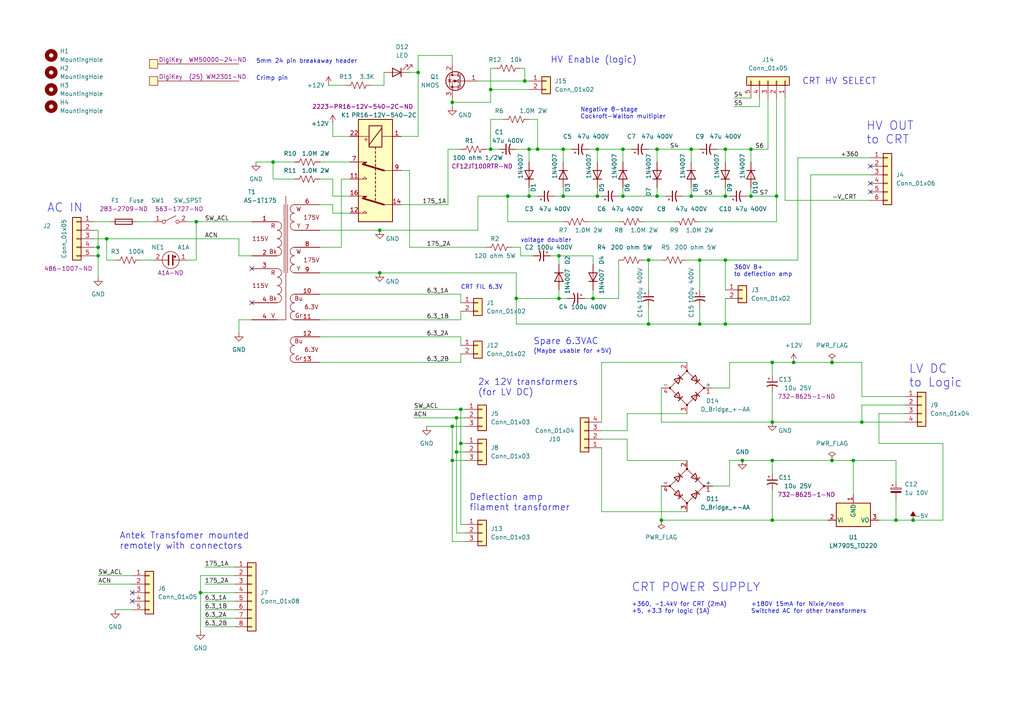
<source format=kicad_sch>
(kicad_sch (version 20211123) (generator eeschema)
  (paper "User" 304.8 215.9)
  (title_block (title "CRT -- HV/LV Power Supply") (company "UPCO GRAPHICS SYSTEMS"))
  (junction (at 266.7 154.94))
  (junction (at 176.53 88.9))
  (junction (at 215.9 44.45))
  (junction (at 254 137.16))
  (junction (at 167.64 44.45))
  (junction (at 137.16 132.08))
  (junction (at 31.75 71.12))
  (junction (at 229.87 137.16))
  (junction (at 146.05 26.67))
  (junction (at 247.65 137.16))
  (junction (at 134.62 30.48))
  (junction (at 236.22 107.95))
  (junction (at 58.42 66.04))
  (junction (at 81.28 48.26))
  (junction (at 177.8 44.45))
  (junction (at 205.74 58.42))
  (junction (at 193.04 77.47))
  (junction (at 156.21 24.13))
  (junction (at 231.14 58.42))
  (junction (at 215.9 77.47))
  (junction (at 196.85 154.94))
  (junction (at 229.87 125.73))
  (junction (at 135.89 124.46))
  (junction (at 160.02 44.45))
  (junction (at 195.58 44.45))
  (junction (at 166.37 88.9))
  (junction (at 229.87 107.95))
  (junction (at 134.62 137.16))
  (junction (at 146.05 44.45))
  (junction (at 205.74 44.45))
  (junction (at 29.21 73.66))
  (junction (at 256.54 125.73))
  (junction (at 208.28 77.47))
  (junction (at 185.42 44.45))
  (junction (at 247.65 107.95))
  (junction (at 113.03 81.28))
  (junction (at 195.58 58.42))
  (junction (at 157.48 58.42))
  (junction (at 166.37 76.2))
  (junction (at 151.13 58.42))
  (junction (at 167.64 58.42))
  (junction (at 185.42 58.42))
  (junction (at 29.21 76.2))
  (junction (at 215.9 58.42))
  (junction (at 215.9 96.52))
  (junction (at 124.46 21.59))
  (junction (at 223.52 58.42))
  (junction (at 135.89 134.62))
  (junction (at 229.87 154.94))
  (junction (at 113.03 68.58))
  (junction (at 220.98 137.16))
  (junction (at 271.78 154.94))
  (junction (at 177.8 58.42))
  (junction (at 193.04 96.52))
  (junction (at 208.28 96.52))
  (junction (at 137.16 121.92))
  (junction (at 157.48 44.45))
  (junction (at 223.52 44.45))
  (junction (at 59.69 176.53))
  (junction (at 153.67 88.9))
  (junction (at 134.62 127))
  (no_connect (at 259.08 57.15))
  (no_connect (at 39.37 179.07))
  (no_connect (at 74.93 90.17))
  (no_connect (at 259.08 54.61))
  (no_connect (at 74.93 80.01))
  (no_connect (at 259.08 49.53))
  (no_connect (at 39.37 176.53))
  (wire (pts (xy 177.8 44.45) (xy 185.42 44.45)))
  (wire (pts (xy 222.25 58.42) (xy 223.52 58.42)))
  (wire (pts (xy 213.36 44.45) (xy 215.9 44.45)))
  (wire (pts (xy 177.8 55.88) (xy 177.8 58.42)))
  (wire (pts (xy 135.89 134.62) (xy 135.89 158.75)))
  (wire (pts (xy 95.25 87.63) (xy 137.16 87.63)))
  (wire (pts (xy 196.85 125.73) (xy 229.87 125.73)))
  (wire (pts (xy 157.48 35.56) (xy 160.02 35.56)))
  (wire (pts (xy 127 127) (xy 134.62 127)))
  (wire (pts (xy 256.54 120.65) (xy 256.54 125.73)))
  (wire (pts (xy 146.05 35.56) (xy 146.05 44.45)))
  (wire (pts (xy 269.24 120.65) (xy 256.54 120.65)))
  (wire (pts (xy 147.32 20.32) (xy 146.05 20.32)))
  (wire (pts (xy 236.22 107.95) (xy 247.65 107.95)))
  (wire (pts (xy 137.16 121.92) (xy 123.19 121.92)))
  (wire (pts (xy 151.13 66.04) (xy 151.13 58.42)))
  (wire (pts (xy 59.69 176.53) (xy 69.85 176.53)))
  (wire (pts (xy 179.07 152.4) (xy 204.47 152.4)))
  (wire (pts (xy 223.52 44.45) (xy 228.6 44.45)))
  (wire (pts (xy 134.62 137.16) (xy 134.62 161.29)))
  (wire (pts (xy 179.07 130.81) (xy 186.69 130.81)))
  (wire (pts (xy 229.87 107.95) (xy 236.22 107.95)))
  (wire (pts (xy 101.6 73.66) (xy 95.25 73.66)))
  (wire (pts (xy 95.25 68.58) (xy 113.03 68.58)))
  (wire (pts (xy 167.64 44.45) (xy 170.18 44.45)))
  (wire (pts (xy 231.14 29.21) (xy 231.14 58.42)))
  (wire (pts (xy 179.07 107.95) (xy 204.47 107.95)))
  (wire (pts (xy 157.48 44.45) (xy 160.02 44.45)))
  (wire (pts (xy 146.05 20.32) (xy 146.05 26.67)))
  (wire (pts (xy 167.64 58.42) (xy 167.64 55.88)))
  (wire (pts (xy 233.68 29.21) (xy 233.68 59.69)))
  (wire (pts (xy 58.42 66.04) (xy 74.93 66.04)))
  (wire (pts (xy 153.67 96.52) (xy 193.04 96.52)))
  (wire (pts (xy 228.6 29.21) (xy 228.6 44.45)))
  (wire (pts (xy 280.67 154.94) (xy 271.78 154.94)))
  (wire (pts (xy 114.3 25.4) (xy 114.3 21.59)))
  (wire (pts (xy 223.52 44.45) (xy 223.52 48.26)))
  (wire (pts (xy 229.87 107.95) (xy 229.87 111.76)))
  (wire (pts (xy 99.06 53.34) (xy 99.06 58.42)))
  (wire (pts (xy 231.14 66.04) (xy 231.14 58.42)))
  (wire (pts (xy 218.44 29.21) (xy 223.52 29.21)))
  (wire (pts (xy 119.38 50.8) (xy 121.92 50.8)))
  (wire (pts (xy 179.07 128.27) (xy 186.69 128.27)))
  (wire (pts (xy 27.94 73.66) (xy 29.21 73.66)))
  (wire (pts (xy 121.92 21.59) (xy 124.46 21.59)))
  (wire (pts (xy 229.87 116.84) (xy 229.87 125.73)))
  (wire (pts (xy 99.06 60.96) (xy 95.25 60.96)))
  (wire (pts (xy 204.47 77.47) (xy 208.28 77.47)))
  (wire (pts (xy 241.3 96.52) (xy 241.3 52.07)))
  (wire (pts (xy 134.62 29.21) (xy 134.62 30.48)))
  (wire (pts (xy 166.37 76.2) (xy 163.83 76.2)))
  (wire (pts (xy 101.6 53.34) (xy 101.6 73.66)))
  (wire (pts (xy 215.9 96.52) (xy 241.3 96.52)))
  (wire (pts (xy 157.48 58.42) (xy 160.02 58.42)))
  (wire (pts (xy 137.16 100.33) (xy 137.16 102.87)))
  (wire (pts (xy 99.06 63.5) (xy 99.06 60.96)))
  (wire (pts (xy 215.9 77.47) (xy 215.9 86.36)))
  (wire (pts (xy 191.77 77.47) (xy 193.04 77.47)))
  (wire (pts (xy 259.08 59.69) (xy 233.68 59.69)))
  (wire (pts (xy 138.43 124.46) (xy 135.89 124.46)))
  (wire (pts (xy 184.15 58.42) (xy 185.42 58.42)))
  (wire (pts (xy 110.49 25.4) (xy 114.3 25.4)))
  (wire (pts (xy 137.16 87.63) (xy 137.16 90.17)))
  (wire (pts (xy 229.87 146.05) (xy 229.87 154.94)))
  (wire (pts (xy 119.38 60.96) (xy 133.35 60.96)))
  (wire (pts (xy 179.07 125.73) (xy 179.07 107.95)))
  (wire (pts (xy 165.1 58.42) (xy 167.64 58.42)))
  (wire (pts (xy 256.54 118.11) (xy 269.24 118.11)))
  (wire (pts (xy 59.69 176.53) (xy 59.69 171.45)))
  (wire (pts (xy 215.9 48.26) (xy 215.9 44.45)))
  (wire (pts (xy 186.69 130.81) (xy 186.69 137.16)))
  (wire (pts (xy 29.21 73.66) (xy 29.21 76.2)))
  (wire (pts (xy 146.05 30.48) (xy 146.05 26.67)))
  (wire (pts (xy 186.69 128.27) (xy 186.69 123.19)))
  (wire (pts (xy 205.74 58.42) (xy 215.9 58.42)))
  (wire (pts (xy 208.28 96.52) (xy 215.9 96.52)))
  (wire (pts (xy 195.58 44.45) (xy 205.74 44.45)))
  (wire (pts (xy 196.85 115.57) (xy 196.85 125.73)))
  (wire (pts (xy 95.25 81.28) (xy 113.03 81.28)))
  (wire (pts (xy 153.67 44.45) (xy 157.48 44.45)))
  (wire (pts (xy 176.53 78.74) (xy 176.53 76.2)))
  (wire (pts (xy 135.89 124.46) (xy 123.19 124.46)))
  (wire (pts (xy 256.54 107.95) (xy 247.65 107.95)))
  (wire (pts (xy 185.42 44.45) (xy 187.96 44.45)))
  (wire (pts (xy 237.49 77.47) (xy 237.49 46.99)))
  (wire (pts (xy 266.7 154.94) (xy 266.7 148.59)))
  (wire (pts (xy 223.52 58.42) (xy 223.52 55.88)))
  (wire (pts (xy 137.16 132.08) (xy 137.16 156.21)))
  (wire (pts (xy 29.21 171.45) (xy 39.37 171.45)))
  (wire (pts (xy 254 137.16) (xy 266.7 137.16)))
  (wire (pts (xy 113.03 81.28) (xy 153.67 81.28)))
  (wire (pts (xy 157.48 48.26) (xy 157.48 44.45)))
  (wire (pts (xy 27.94 66.04) (xy 33.02 66.04)))
  (wire (pts (xy 156.21 24.13) (xy 157.48 24.13)))
  (wire (pts (xy 215.9 96.52) (xy 215.9 88.9)))
  (wire (pts (xy 104.14 40.64) (xy 99.06 40.64)))
  (wire (pts (xy 215.9 58.42) (xy 217.17 58.42)))
  (wire (pts (xy 29.21 68.58) (xy 29.21 73.66)))
  (wire (pts (xy 134.62 16.51) (xy 134.62 19.05)))
  (wire (pts (xy 193.04 77.47) (xy 196.85 77.47)))
  (wire (pts (xy 31.75 77.47) (xy 34.29 77.47)))
  (wire (pts (xy 81.28 53.34) (xy 81.28 48.26)))
  (wire (pts (xy 133.35 44.45) (xy 137.16 44.45)))
  (wire (pts (xy 160.02 35.56) (xy 160.02 44.45)))
  (wire (pts (xy 71.12 76.2) (xy 71.12 71.12)))
  (wire (pts (xy 184.15 88.9) (xy 184.15 77.47)))
  (wire (pts (xy 137.16 95.25) (xy 137.16 92.71)))
  (wire (pts (xy 167.64 58.42) (xy 177.8 58.42)))
  (wire (pts (xy 229.87 125.73) (xy 256.54 125.73)))
  (wire (pts (xy 254 137.16) (xy 254 147.32)))
  (wire (pts (xy 266.7 143.51) (xy 266.7 137.16)))
  (wire (pts (xy 81.28 48.26) (xy 87.63 48.26)))
  (wire (pts (xy 217.17 107.95) (xy 229.87 107.95)))
  (wire (pts (xy 220.98 137.16) (xy 229.87 137.16)))
  (wire (pts (xy 142.24 68.58) (xy 142.24 58.42)))
  (wire (pts (xy 175.26 44.45) (xy 177.8 44.45)))
  (wire (pts (xy 229.87 137.16) (xy 247.65 137.16)))
  (wire (pts (xy 173.99 88.9) (xy 176.53 88.9)))
  (wire (pts (xy 137.16 156.21) (xy 138.43 156.21)))
  (wire (pts (xy 237.49 46.99) (xy 259.08 46.99)))
  (wire (pts (xy 229.87 154.94) (xy 246.38 154.94)))
  (wire (pts (xy 134.62 30.48) (xy 134.62 31.75)))
  (wire (pts (xy 185.42 58.42) (xy 185.42 55.88)))
  (wire (pts (xy 215.9 55.88) (xy 215.9 58.42)))
  (wire (pts (xy 142.24 24.13) (xy 156.21 24.13)))
  (wire (pts (xy 153.67 81.28) (xy 153.67 88.9)))
  (wire (pts (xy 157.48 55.88) (xy 157.48 58.42)))
  (wire (pts (xy 27.94 76.2) (xy 29.21 76.2)))
  (wire (pts (xy 133.35 60.96) (xy 133.35 44.45)))
  (wire (pts (xy 247.65 137.16) (xy 254 137.16)))
  (wire (pts (xy 215.9 77.47) (xy 237.49 77.47)))
  (wire (pts (xy 134.62 137.16) (xy 134.62 127)))
  (wire (pts (xy 261.62 154.94) (xy 266.7 154.94)))
  (wire (pts (xy 138.43 121.92) (xy 137.16 121.92)))
  (wire (pts (xy 256.54 125.73) (xy 269.24 125.73)))
  (wire (pts (xy 185.42 58.42) (xy 195.58 58.42)))
  (wire (pts (xy 179.07 133.35) (xy 179.07 152.4)))
  (wire (pts (xy 29.21 76.2) (xy 29.21 82.55)))
  (wire (pts (xy 60.96 184.15) (xy 69.85 184.15)))
  (wire (pts (xy 95.25 53.34) (xy 99.06 53.34)))
  (wire (pts (xy 142.24 58.42) (xy 151.13 58.42)))
  (wire (pts (xy 212.09 115.57) (xy 217.17 115.57)))
  (wire (pts (xy 195.58 48.26) (xy 195.58 44.45)))
  (wire (pts (xy 193.04 44.45) (xy 195.58 44.45)))
  (wire (pts (xy 176.53 88.9) (xy 184.15 88.9)))
  (wire (pts (xy 146.05 44.45) (xy 148.59 44.45)))
  (wire (pts (xy 124.46 40.64) (xy 124.46 21.59)))
  (wire (pts (xy 138.43 132.08) (xy 137.16 132.08)))
  (wire (pts (xy 59.69 187.96) (xy 59.69 176.53)))
  (wire (pts (xy 124.46 21.59) (xy 124.46 16.51)))
  (wire (pts (xy 60.96 173.99) (xy 69.85 173.99)))
  (wire (pts (xy 196.85 144.78) (xy 196.85 154.94)))
  (wire (pts (xy 60.96 186.69) (xy 69.85 186.69)))
  (wire (pts (xy 193.04 91.44) (xy 193.04 96.52)))
  (wire (pts (xy 195.58 55.88) (xy 195.58 58.42)))
  (wire (pts (xy 205.74 44.45) (xy 205.74 48.26)))
  (wire (pts (xy 156.21 20.32) (xy 156.21 24.13)))
  (wire (pts (xy 149.86 35.56) (xy 146.05 35.56)))
  (wire (pts (xy 168.91 88.9) (xy 166.37 88.9)))
  (wire (pts (xy 41.91 77.47) (xy 45.72 77.47)))
  (wire (pts (xy 154.94 20.32) (xy 156.21 20.32)))
  (wire (pts (xy 160.02 44.45) (xy 167.64 44.45)))
  (wire (pts (xy 176.53 88.9) (xy 176.53 86.36)))
  (wire (pts (xy 266.7 154.94) (xy 271.78 154.94)))
  (wire (pts (xy 31.75 71.12) (xy 27.94 71.12)))
  (wire (pts (xy 280.67 132.08) (xy 280.67 154.94)))
  (wire (pts (xy 186.69 137.16) (xy 204.47 137.16)))
  (wire (pts (xy 205.74 58.42) (xy 205.74 55.88)))
  (wire (pts (xy 95.25 107.95) (xy 137.16 107.95)))
  (wire (pts (xy 121.92 73.66) (xy 121.92 50.8)))
  (wire (pts (xy 226.06 29.21) (xy 226.06 31.75)))
  (wire (pts (xy 99.06 36.83) (xy 99.06 40.64)))
  (wire (pts (xy 135.89 134.62) (xy 135.89 124.46)))
  (wire (pts (xy 34.29 181.61) (xy 39.37 181.61)))
  (wire (pts (xy 217.17 115.57) (xy 217.17 107.95)))
  (wire (pts (xy 134.62 161.29) (xy 138.43 161.29)))
  (wire (pts (xy 186.69 123.19) (xy 204.47 123.19)))
  (wire (pts (xy 256.54 118.11) (xy 256.54 107.95)))
  (wire (pts (xy 215.9 77.47) (xy 208.28 77.47)))
  (wire (pts (xy 217.17 144.78) (xy 217.17 137.16)))
  (wire (pts (xy 153.67 88.9) (xy 153.67 96.52)))
  (wire (pts (xy 196.85 154.94) (xy 229.87 154.94)))
  (wire (pts (xy 40.64 66.04) (xy 45.72 66.04)))
  (wire (pts (xy 144.78 73.66) (xy 121.92 73.66)))
  (wire (pts (xy 177.8 48.26) (xy 177.8 44.45)))
  (wire (pts (xy 151.13 58.42) (xy 157.48 58.42)))
  (wire (pts (xy 138.43 134.62) (xy 135.89 134.62)))
  (wire (pts (xy 134.62 127) (xy 138.43 127)))
  (wire (pts (xy 99.06 58.42) (xy 104.14 58.42)))
  (wire (pts (xy 55.88 77.47) (xy 58.42 77.47)))
  (wire (pts (xy 208.28 77.47) (xy 208.28 86.36)))
  (wire (pts (xy 31.75 71.12) (xy 31.75 77.47)))
  (wire (pts (xy 119.38 40.64) (xy 124.46 40.64)))
  (wire (pts (xy 60.96 179.07) (xy 69.85 179.07)))
  (wire (pts (xy 218.44 31.75) (xy 226.06 31.75)))
  (wire (pts (xy 74.93 76.2) (xy 71.12 76.2)))
  (wire (pts (xy 205.74 44.45) (xy 208.28 44.45)))
  (wire (pts (xy 59.69 171.45) (xy 69.85 171.45)))
  (wire (pts (xy 137.16 107.95) (xy 137.16 105.41)))
  (wire (pts (xy 203.2 58.42) (xy 205.74 58.42)))
  (wire (pts (xy 217.17 137.16) (xy 220.98 137.16)))
  (wire (pts (xy 269.24 123.19) (xy 261.62 123.19)))
  (wire (pts (xy 175.26 66.04) (xy 184.15 66.04)))
  (wire (pts (xy 76.2 48.26) (xy 81.28 48.26)))
  (wire (pts (xy 60.96 181.61) (xy 69.85 181.61)))
  (wire (pts (xy 138.43 137.16) (xy 134.62 137.16)))
  (wire (pts (xy 87.63 53.34) (xy 81.28 53.34)))
  (wire (pts (xy 55.88 66.04) (xy 58.42 66.04)))
  (wire (pts (xy 212.09 144.78) (xy 217.17 144.78)))
  (wire (pts (xy 193.04 77.47) (xy 193.04 86.36)))
  (wire (pts (xy 104.14 63.5) (xy 99.06 63.5)))
  (wire (pts (xy 208.28 66.04) (xy 231.14 66.04)))
  (wire (pts (xy 229.87 137.16) (xy 229.87 140.97)))
  (wire (pts (xy 104.14 53.34) (xy 101.6 53.34)))
  (wire (pts (xy 144.78 44.45) (xy 146.05 44.45)))
  (wire (pts (xy 154.94 76.2) (xy 158.75 76.2)))
  (wire (pts (xy 261.62 132.08) (xy 280.67 132.08)))
  (wire (pts (xy 241.3 52.07) (xy 259.08 52.07)))
  (wire (pts (xy 71.12 71.12) (xy 31.75 71.12)))
  (wire (pts (xy 95.25 48.26) (xy 104.14 48.26)))
  (wire (pts (xy 166.37 78.74) (xy 166.37 76.2)))
  (wire (pts (xy 176.53 76.2) (xy 166.37 76.2)))
  (wire (pts (xy 113.03 68.58) (xy 142.24 68.58)))
  (wire (pts (xy 191.77 66.04) (xy 200.66 66.04)))
  (wire (pts (xy 60.96 168.91) (xy 69.85 168.91)))
  (wire (pts (xy 135.89 158.75) (xy 138.43 158.75)))
  (wire (pts (xy 167.64 66.04) (xy 151.13 66.04)))
  (wire (pts (xy 215.9 44.45) (xy 223.52 44.45)))
  (wire (pts (xy 261.62 123.19) (xy 261.62 132.08)))
  (wire (pts (xy 177.8 58.42) (xy 179.07 58.42)))
  (wire (pts (xy 167.64 44.45) (xy 167.64 48.26)))
  (wire (pts (xy 195.58 58.42) (xy 198.12 58.42)))
  (wire (pts (xy 71.12 99.06) (xy 71.12 95.25)))
  (wire (pts (xy 185.42 44.45) (xy 185.42 48.26)))
  (wire (pts (xy 71.12 95.25) (xy 74.93 95.25)))
  (wire (pts (xy 124.46 16.51) (xy 134.62 16.51)))
  (wire (pts (xy 29.21 173.99) (xy 39.37 173.99)))
  (wire (pts (xy 223.52 58.42) (xy 231.14 58.42)))
  (wire (pts (xy 154.94 73.66) (xy 154.94 76.2)))
  (wire (pts (xy 153.67 88.9) (xy 166.37 88.9)))
  (wire (pts (xy 97.79 25.4) (xy 102.87 25.4)))
  (wire (pts (xy 152.4 73.66) (xy 154.94 73.66)))
  (wire (pts (xy 208.28 91.44) (xy 208.28 96.52)))
  (wire (pts (xy 95.25 100.33) (xy 137.16 100.33)))
  (wire (pts (xy 193.04 96.52) (xy 208.28 96.52)))
  (wire (pts (xy 134.62 30.48) (xy 146.05 30.48)))
  (wire (pts (xy 95.25 95.25) (xy 137.16 95.25)))
  (wire (pts (xy 166.37 88.9) (xy 166.37 86.36)))
  (wire (pts (xy 137.16 132.08) (xy 137.16 121.92)))
  (wire (pts (xy 146.05 26.67) (xy 157.48 26.67)))
  (wire (pts (xy 58.42 77.47) (xy 58.42 66.04)))
  (wire (pts (xy 27.94 68.58) (xy 29.21 68.58)))
  (text "Crimp pin" (at 76.2 24.13 0) (effects (font (size 1.27 1.27)) (justify left bottom)))
  (text "AC IN" (at 13.97 63.5 0) (effects (font (size 2.54 2.54)) (justify left bottom)))
  (text "Spare 6.3VAC" (at 158.75 102.87 0) (effects (font (size 1.905 1.905)) (justify left bottom)))
  (text "2x 12V transformers\n(for LV DC)" (at 142.24 118.11 0) (effects (font (size 1.905 1.905)) (justify left bottom)))
  (text "5mm 24 pin breakaway header" (at 76.2 19.05 0) (effects (font (size 1.27 1.27)) (justify left bottom)))
  (text "HV Enable (logic)" (at 163.83 19.05 0) (effects (font (size 1.905 1.905)) (justify left bottom)))
  (text "Antek Transfomer mounted \nremotely with connectors" (at 35.56 163.83 0) (effects (font (size 1.905 1.905)) (justify left bottom)))
  (text "+180V 15mA for Nixie/neon\nSwitched AC for other transformers" (at 223.52 182.88 0) (effects (font (size 1.27 1.27)) (justify left bottom)))
  (text "CRT POWER SUPPLY" (at 187.96 176.53 0) (effects (font (size 2.54 2.54)) (justify left bottom)))
  (text "Negative 8-stage\nCockroft-Walton multipler" (at 172.72 35.56 0) (effects (font (size 1.27 1.27)) (justify left bottom)))
  (text "voltage doubler" (at 154.94 72.39 0) (effects (font (size 1.27 1.27)) (justify left bottom)))
  (text "Deflection amp\nfilament transformer" (at 139.7 152.4 0) (effects (font (size 1.905 1.905)) (justify left bottom)))
  (text "(Maybe usable for +5V)" (at 158.75 105.41 0) (effects (font (size 1.27 1.27)) (justify left bottom)))
  (text "CRT HV SELECT" (at 238.76 25.4 0) (effects (font (size 1.905 1.905)) (justify left bottom)))
  (text "+360, -1.4kV for CRT (2mA)\n+5, +3.3 for logic (1A)" (at 187.96 182.88 0) (effects (font (size 1.27 1.27)) (justify left bottom)))
  (text "LV DC\nto Logic" (at 270.51 115.57 0) (effects (font (size 2.54 2.54)) (justify left bottom)))
  (text "HV OUT\nto CRT" (at 257.81 43.18 0) (effects (font (size 2.54 2.54)) (justify left bottom)))
  (text "360V B+\nto deflection amp" (at 218.44 82.55 0) (effects (font (size 1.27 1.27)) (justify left bottom)))
  (text "CRT FIL 6.3V" (at 137.16 86.36 0) (effects (font (size 1.27 1.27)) (justify left bottom)))
  (label "6.3_1A" (at 60.96 179.07 0))
  (label "S4" (at 218.44 29.21 0))
  (label "6.3_2B" (at 127 107.95 0))
  (label "-V_CRT" (at 247.65 59.69 0))
  (label "SW_ACL" (at 123.19 121.92 0))
  (label "6.3_1B" (at 127 95.25 0))
  (label "ACN" (at 60.96 71.12 0))
  (label "ACN" (at 123.19 124.46 0))
  (label "175_2A" (at 127 73.66 0))
  (label "175_2A" (at 60.96 173.99 0))
  (label "S5" (at 209.55 58.42 0))
  (label "175_1A" (at 125.73 60.96 0))
  (label "6.3_2A" (at 127 100.33 0))
  (label "6.3_2A" (at 60.96 184.15 0))
  (label "6.3_1B" (at 60.96 181.61 0))
  (label "175_1A" (at 60.96 168.91 0))
  (label "SW_ACL" (at 60.96 66.04 0))
  (label "S4" (at 199.39 44.45 0))
  (label "ACN" (at 29.21 173.99 0))
  (label "6.3_1A" (at 127 87.63 0))
  (label "6.3_2B" (at 60.96 186.69 0))
  (label "S5" (at 218.44 31.75 0))
  (label "S7" (at 226.06 58.42 0))
  (label "S6" (at 224.79 44.45 0))
  (label "SW_ACL" (at 29.21 171.45 0))
  (label "+360" (at 250.19 46.99 0))
  (symbol (lib_id "Device:C_Polarized_Small_US") (at 161.29 76.2 270) (unit 1)
    (property "Reference" "C2" (at 157.48 73.66 90))
    (property "Value" "100u 400V" (at 165.1 73.66 90))
    (property "Footprint" "Capacitor_THT:CP_Radial_D22.0mm_P10.00mm_SnapIn" (effects hide))
    (property "CatNo" "493-2567-ND" (effects hide))
  )
  (symbol (lib_id "power:+12V") (at 99.06 36.83 0) (unit 1)
    (property "Reference" "#PWR07" (effects hide))
    (property "Value" "+12V" (at 95.25 36.83 0))
  )
  (symbol (lib_id "Device:LED") (at 118.11 21.59 180) (unit 1)
    (property "Reference" "D12" (at 119.6975 13.97 0))
    (property "Value" "LED" (at 119.6975 16.51 0))
    (property "Footprint" "LED_THT:LED_D3.0mm" (effects hide))
  )
  (symbol (lib_id "Connector_Generic:Conn_01x04") (at 274.32 120.65 0) (unit 1)
    (property "Reference" "J9" (at 276.86 120.6499 0) (effects (justify left)))
    (property "Value" "Conn_01x04" (at 276.86 123.1899 0) (effects (justify left)))
    (property "Footprint" "Connector_Molex:Molex_KK-254_AE-6410-04A_1x04_P2.54mm_Vertical" (effects hide))
  )
  (symbol (lib_id "Diode:1N4007") (at 215.9 52.07 90) (unit 1)
    (property "Reference" "D9" (at 217.17 55.88 0))
    (property "Value" "1N4007" (at 213.36 49.53 0))
    (property "Footprint" "Diode_THT:D_DO-41_SOD81_P10.16mm_Horizontal" (effects hide))
    (property "Datasheet" "http://www.vishay.com/docs/88503/1n4001.pdf" (effects hide))
  )
  (symbol (lib_id "Diode:1N4007") (at 185.42 52.07 270) (unit 1)
    (property "Reference" "D6" (at 186.69 55.88 0))
    (property "Value" "1N4007" (at 182.88 49.53 0))
    (property "Footprint" "Diode_THT:D_DO-41_SOD81_P10.16mm_Horizontal" (effects hide))
    (property "Datasheet" "http://www.vishay.com/docs/88503/1n4001.pdf" (effects hide))
  )
  (symbol (lib_id "misc_bom:BOM_item") (at 45.72 19.05 0) (unit 1) (on_board no)
    (property "Reference" "U3" (effects hide))
    (property "Value" "BOM_item1" (effects hide))
    (property "CatNo" "WM50000-24-ND" (at 64.77 17.78 0))
    (property "Vendor" "DigiKey" (at 50.8 17.78 0))
  )
  (symbol (lib_id "power:GND") (at 113.03 81.28 0) (unit 1)
    (property "Reference" "#PWR014" (effects hide))
    (property "Value" "GND" (at 116.84 83.82 0))
  )
  (symbol (lib_id "Diode:1N4007") (at 167.64 52.07 270) (unit 1)
    (property "Reference" "D3" (at 168.91 55.88 0))
    (property "Value" "1N4007" (at 165.1 49.53 0))
    (property "Footprint" "Diode_THT:D_DO-41_SOD81_P10.16mm_Horizontal" (effects hide))
    (property "Datasheet" "http://www.vishay.com/docs/88503/1n4001.pdf" (effects hide))
  )
  (symbol (lib_id "my_relay:PR16-12V-540-2A") (at 111.76 50.8 90) (mirror x) (unit 1)
    (property "Reference" "K1" (at 102.87 34.29 90))
    (property "Value" "PR16-12V-540-2C" (at 114.3 34.29 90))
    (property "Footprint" "my_relay:DIP-22_W7.62mm_LongPads" (effects hide))
    (property "Datasheet" "http://www.azettler.com/pdfs/az850.pdf" (effects hide))
    (property "CatNo" "2223-PR16-12V-540-2C-ND" (at 107.95 31.75 90))
  )
  (symbol (lib_id "Device:R_US") (at 171.45 66.04 90) (mirror x) (unit 1)
    (property "Reference" "R7" (at 167.64 68.58 90))
    (property "Value" "1.0M 2W" (at 175.26 68.58 90))
    (property "Footprint" "Resistor_THT:R_Axial_DIN0309_L9.0mm_D3.2mm_P15.24mm_Horizontal" (effects hide))
    (property "CatNo" "1MZCT-ND" (effects hide))
  )
  (symbol (lib_id "Connector_Generic:Conn_01x06") (at 264.16 52.07 0) (unit 1)
    (property "Reference" "J4" (at 266.7 52.0699 0) (effects (justify left)))
    (property "Value" "Conn_01x06" (at 266.7 54.6099 0) (effects (justify left)))
    (property "Footprint" "Connector_Molex:Molex_KK-396_A-41791-0006_1x06_P3.96mm_Vertical" (effects hide))
  )
  (symbol (lib_id "Regulator_Linear:LM7905_TO220") (at 254 154.94 0) (unit 1)
    (property "Reference" "U1" (at 254 160.02 0))
    (property "Value" "LM7905_TO220" (at 254 162.56 0))
    (property "Footprint" "Package_TO_SOT_THT:TO-220-3_Vertical" (effects hide))
    (property "Datasheet" "https://www.onsemi.com/pub/Collateral/MC7900-D.PDF" (effects hide))
    (property "CatNo" "LM7905CTNS/NOPB-ND" (effects hide))
  )
  (symbol (lib_id "Device:R_US") (at 187.96 77.47 90) (unit 1)
    (property "Reference" "R4" (at 179.07 73.66 90))
    (property "Value" "200 ohm 5W" (at 187.96 73.66 90))
    (property "Footprint" "Resistor_THT:R_Axial_DIN0617_L17.0mm_D6.0mm_P25.40mm_Horizontal" (effects hide))
    (property "CatNo" "A142783CT-ND" (effects hide))
  )
  (symbol (lib_id "Connector_Generic:Conn_01x02") (at 220.98 86.36 0) (unit 1)
    (property "Reference" "J3" (at 223.52 86.3599 0) (effects (justify left)))
    (property "Value" "Conn_01x02" (at 223.52 88.8999 0) (effects (justify left)))
    (property "Footprint" "Connector_Molex:Molex_KK-396_A-41791-0002_1x02_P3.96mm_Vertical" (effects hide))
  )
  (symbol (lib_id "Connector_Generic:Conn_01x05") (at 228.6 24.13 270) (mirror x) (unit 1)
    (property "Reference" "J14" (at 228.6 17.78 90))
    (property "Value" "Conn_01x05" (at 228.6 20.32 90))
    (property "Footprint" "Connector_Molex:Molex_KK-396_5273-05A_1x05_P3.96mm_Vertical" (effects hide))
  )
  (symbol (lib_id "power:GND") (at 71.12 99.06 0) (unit 1)
    (property "Reference" "#PWR03" (effects hide))
    (property "Value" "GND" (at 71.12 104.14 0))
  )
  (symbol (lib_id "Antek:AS-1T175") (at 85.09 71.12 0) (unit 1) (on_board no)
    (property "Reference" "T1" (at 74.93 57.15 0))
    (property "Value" "AS-1T175" (at 77.47 59.69 0))
  )
  (symbol (lib_id "power:GND") (at 76.2 48.26 0) (unit 1)
    (property "Reference" "#PWR012" (effects hide))
    (property "Value" "GND" (at 76.2 53.34 0))
  )
  (symbol (lib_id "Device:R_US") (at 140.97 44.45 90) (unit 1)
    (property "Reference" "R1" (at 139.7 41.91 90))
    (property "Value" "100 ohm 1/2W" (at 142.24 46.99 90))
    (property "Footprint" "Resistor_THT:R_Axial_DIN0309_L9.0mm_D3.2mm_P12.70mm_Horizontal" (effects hide))
    (property "CatNo" "CF12JT100RTR-ND" (at 143.51 49.53 90))
  )
  (symbol (lib_id "Device:R_US") (at 91.44 48.26 90) (unit 1)
    (property "Reference" "R10" (at 86.36 45.72 90))
    (property "Value" "1.0M 2W" (at 93.98 45.72 90))
    (property "Footprint" "Resistor_THT:R_Axial_DIN0309_L9.0mm_D3.2mm_P15.24mm_Horizontal" (effects hide))
    (property "CatNo" "1MZCT-ND" (effects hide))
  )
  (symbol (lib_id "Device:D_Bridge_+AA-") (at 204.47 144.78 0) (unit 1)
    (property "Reference" "D11" (at 212.09 148.59 0))
    (property "Value" "D_Bridge_+-AA" (at 215.9 151.13 0))
    (property "Footprint" "Diode_THT:Diode_Bridge_19.0x3.5x10.0mm_P5.0mm" (effects hide))
    (property "CatNo" "GBU4G-BPMS-ND" (effects hide))
  )
  (symbol (lib_id "Diode:1N4007") (at 176.53 82.55 90) (unit 1)
    (property "Reference" "D4" (at 179.07 77.47 0))
    (property "Value" "1N4007" (at 179.07 83.82 0))
    (property "Footprint" "Diode_THT:D_DO-41_SOD81_P10.16mm_Horizontal" (effects hide))
    (property "Datasheet" "http://www.vishay.com/docs/88503/1n4001.pdf" (effects hide))
  )
  (symbol (lib_id "Connector_Generic:Conn_01x02") (at 162.56 24.13 0) (unit 1)
    (property "Reference" "J15" (at 165.1 24.1299 0) (effects (justify left)))
    (property "Value" "Conn_01x02" (at 165.1 26.6699 0) (effects (justify left)))
    (property "Footprint" "Connector_PinHeader_2.54mm:PinHeader_1x02_P2.54mm_Vertical" (effects hide))
  )
  (symbol (lib_id "Device:R_US") (at 148.59 73.66 90) (unit 1)
    (property "Reference" "R2" (at 147.32 71.12 90))
    (property "Value" "120 ohm 5W" (at 147.32 76.2 90))
    (property "Footprint" "Resistor_THT:R_Axial_DIN0617_L17.0mm_D6.0mm_P25.40mm_Horizontal" (effects hide))
    (property "CatNo" "A142778CT-ND" (effects hide))
  )
  (symbol (lib_id "power:GND") (at 29.21 82.55 0) (unit 1)
    (property "Reference" "#PWR01" (effects hide))
    (property "Value" "GND" (at 29.21 87.63 0))
  )
  (symbol (lib_id "Device:C_Polarized_Small_US") (at 200.66 58.42 90) (unit 1)
    (property "Reference" "C8" (at 196.85 62.23 90))
    (property "Value" "47u 400V" (at 205.74 62.23 90))
    (property "Footprint" "Capacitor_THT:CP_Radial_D12.5mm_P5.00mm" (effects hide))
    (property "CatNo" "565-EKXJ401ELL470MK30S-ND" (effects hide))
  )
  (symbol (lib_id "power:+12V") (at 97.79 25.4 0) (unit 1)
    (property "Reference" "#PWR011" (effects hide))
    (property "Value" "+12V" (at 93.98 25.4 0))
  )
  (symbol (lib_id "Mechanical:MountingHole") (at 15.24 26.67 0) (unit 1)
    (property "Reference" "H3" (at 17.78 25.3999 0) (effects (justify left)))
    (property "Value" "MountingHole" (at 17.78 27.9399 0) (effects (justify left)))
    (property "Footprint" "MountingHole:MountingHole_4.3mm_M4" (effects hide))
  )
  (symbol (lib_id "Device:C_Polarized_Small_US") (at 229.87 143.51 0) (unit 1)
    (property "Reference" "C11" (at 233.68 142.24 0))
    (property "Value" "10u 25V" (at 237.49 144.78 0))
    (property "Footprint" "Capacitor_THT:CP_Radial_D5.0mm_P2.00mm" (effects hide))
    (property "CatNo" "732-8625-1-ND" (at 240.03 147.32 0))
  )
  (symbol (lib_id "Connector_Generic:Conn_01x04") (at 173.99 130.81 180) (unit 1)
    (property "Reference" "J10" (at 165.1 130.81 0))
    (property "Value" "Conn_01x04" (at 165.1 128.27 0))
    (property "Footprint" "Connector_Molex:Molex_KK-254_AE-6410-04A_1x04_P2.54mm_Vertical" (effects hide))
  )
  (symbol (lib_id "Device:R_US") (at 204.47 66.04 90) (mirror x) (unit 1)
    (property "Reference" "R9" (at 200.66 68.58 90))
    (property "Value" "1.0M 2W" (at 208.28 68.58 90))
    (property "Footprint" "Resistor_THT:R_Axial_DIN0309_L9.0mm_D3.2mm_P15.24mm_Horizontal" (effects hide))
    (property "CatNo" "1MZCT-ND" (effects hide))
  )
  (symbol (lib_id "Device:R_US") (at 200.66 77.47 90) (unit 1)
    (property "Reference" "R5" (at 198.12 73.66 90))
    (property "Value" "200 ohm 5W" (at 207.01 73.66 90))
    (property "Footprint" "Resistor_THT:R_Axial_DIN0617_L17.0mm_D6.0mm_P25.40mm_Horizontal" (effects hide))
    (property "CatNo" "A142783CT-ND" (effects hide))
  )
  (symbol (lib_id "Device:C_Polarized_Small_US") (at 193.04 88.9 0) (unit 1)
    (property "Reference" "C14" (at 190.5 92.71 90))
    (property "Value" "100u 400V" (at 190.5 85.09 90))
    (property "Footprint" "Capacitor_THT:CP_Radial_D22.0mm_P10.00mm_SnapIn" (effects hide))
    (property "CatNo" "493-2567-ND" (effects hide))
  )
  (symbol (lib_id "power:GND") (at 229.87 125.73 0) (unit 1)
    (property "Reference" "#PWR06" (effects hide))
    (property "Value" "GND" (at 233.68 128.27 0))
  )
  (symbol (lib_id "Connector_Generic:Conn_01x03") (at 143.51 158.75 0) (unit 1)
    (property "Reference" "J13" (at 146.05 157.4799 0) (effects (justify left)))
    (property "Value" "Conn_01x03" (at 146.05 160.0199 0) (effects (justify left)))
    (property "Footprint" "Connector_Molex:Molex_KK-396_A-41791-0003_1x03_P3.96mm_Vertical" (effects hide))
  )
  (symbol (lib_id "Device:C_Polarized_Small_US") (at 151.13 44.45 90) (unit 1)
    (property "Reference" "C1" (at 148.59 39.37 90))
    (property "Value" "47u 400V" (at 151.13 41.91 90))
    (property "Footprint" "Capacitor_THT:CP_Radial_D12.5mm_P5.00mm" (effects hide))
    (property "CatNo" "565-EKXJ401ELL470MK30S-ND" (effects hide))
  )
  (symbol (lib_id "Device:R_US") (at 38.1 77.47 90) (unit 1)
    (property "Reference" "R3" (at 34.29 74.93 90))
    (property "Value" "100k" (at 40.64 74.93 90))
    (property "Footprint" "Resistor_THT:R_Axial_DIN0309_L9.0mm_D3.2mm_P12.70mm_Horizontal" (effects hide))
  )
  (symbol (lib_id "Diode:1N4007") (at 223.52 52.07 270) (unit 1)
    (property "Reference" "D10" (at 224.79 55.88 0))
    (property "Value" "1N4007" (at 220.98 49.53 0))
    (property "Footprint" "Diode_THT:D_DO-41_SOD81_P10.16mm_Horizontal" (effects hide))
    (property "Datasheet" "http://www.vishay.com/docs/88503/1n4001.pdf" (effects hide))
  )
  (symbol (lib_id "power:GND") (at 113.03 68.58 0) (unit 1)
    (property "Reference" "#PWR013" (effects hide))
    (property "Value" "GND" (at 116.84 71.12 0))
  )
  (symbol (lib_id "Mechanical:MountingHole") (at 15.24 16.51 0) (unit 1)
    (property "Reference" "H1" (at 17.78 15.2399 0) (effects (justify left)))
    (property "Value" "MountingHole" (at 17.78 17.7799 0) (effects (justify left)))
    (property "Footprint" "MountingHole:MountingHole_4.3mm_M4" (effects hide))
  )
  (symbol (lib_id "Device:D_Bridge_+AA-") (at 204.47 115.57 0) (unit 1)
    (property "Reference" "D14" (at 212.09 119.38 0))
    (property "Value" "D_Bridge_+-AA" (at 215.9 121.92 0))
    (property "Footprint" "Diode_THT:Diode_Bridge_19.0x3.5x10.0mm_P5.0mm" (effects hide))
    (property "CatNo" "GBU4G-BPMS-ND" (effects hide))
  )
  (symbol (lib_id "power:PWR_FLAG") (at 247.65 107.95 0) (unit 1)
    (property "Reference" "#FLG0102" (effects hide))
    (property "Value" "PWR_FLAG" (at 247.65 102.87 0))
  )
  (symbol (lib_id "Connector_Generic:Conn_01x03") (at 143.51 134.62 0) (unit 1)
    (property "Reference" "J8" (at 146.05 133.3499 0) (effects (justify left)))
    (property "Value" "Conn_01x03" (at 146.05 135.8899 0) (effects (justify left)))
    (property "Footprint" "Connector_Molex:Molex_KK-396_A-41791-0003_1x03_P3.96mm_Vertical" (effects hide))
  )
  (symbol (lib_id "Device:Fuse") (at 36.83 66.04 90) (unit 1)
    (property "Reference" "F1" (at 34.29 59.69 90))
    (property "Value" "Fuse" (at 40.64 59.69 90))
    (property "Footprint" "HBH_fuse_holder:HBH-I-R" (effects hide))
    (property "CatNo" "283-2709-ND" (at 36.83 62.23 90))
  )
  (symbol (lib_id "Device:C_Polarized_Small") (at 266.7 146.05 0) (unit 1)
    (property "Reference" "C12" (at 269.24 144.2338 0) (effects (justify left)))
    (property "Value" "1u 10V" (at 269.24 146.7738 0) (effects (justify left)))
    (property "Footprint" "Capacitor_THT:C_Disc_D5.0mm_W2.5mm_P5.00mm" (effects hide))
    (property "CatNo" "445-FK28X5R1A105K-ND" (effects hide))
  )
  (symbol (lib_id "Connector_Generic:Conn_01x08") (at 74.93 176.53 0) (unit 1)
    (property "Reference" "J7" (at 77.47 176.5299 0) (effects (justify left)))
    (property "Value" "Conn_01x08" (at 77.47 179.0699 0) (effects (justify left)))
    (property "Footprint" "Connector_Molex:Molex_KK-396_A-41791-0008_1x08_P3.96mm_Vertical" (effects hide))
  )
  (symbol (lib_id "power:-5V") (at 271.78 154.94 0) (unit 1)
    (property "Reference" "#PWR09" (effects hide))
    (property "Value" "-5V" (at 274.32 153.67 0))
  )
  (symbol (lib_id "power:PWR_FLAG") (at 196.85 154.94 180) (unit 1)
    (property "Reference" "#FLG0101" (effects hide))
    (property "Value" "PWR_FLAG" (at 196.85 160.02 0))
  )
  (symbol (lib_id "Mechanical:MountingHole") (at 15.24 21.59 0) (unit 1)
    (property "Reference" "H2" (at 17.78 20.3199 0) (effects (justify left)))
    (property "Value" "MountingHole" (at 17.78 22.8599 0) (effects (justify left)))
    (property "Footprint" "MountingHole:MountingHole_4.3mm_M4" (effects hide))
  )
  (symbol (lib_id "Device:C_Polarized_Small_US") (at 171.45 88.9 270) (unit 1)
    (property "Reference" "C4" (at 167.64 91.44 90))
    (property "Value" "100u 400V" (at 175.26 91.44 90))
    (property "Footprint" "Capacitor_THT:CP_Radial_D22.0mm_P10.00mm_SnapIn" (effects hide))
    (property "CatNo" "493-2567-ND" (effects hide))
  )
  (symbol (lib_id "Device:Lamp_Neon") (at 50.8 77.47 90) (unit 1)
    (property "Reference" "NE1" (at 46.99 73.66 90))
    (property "Value" "A1A" (at 54.61 73.66 90))
    (property "Footprint" "LED_THT:LED_D1.8mm_W1.8mm_H2.4mm_Horizontal_O3.81mm_Z4.9mm" (effects hide))
    (property "CatNo" "A1A-ND" (at 50.8 81.28 90))
  )
  (symbol (lib_id "Device:R_US") (at 187.96 66.04 90) (mirror x) (unit 1)
    (property "Reference" "R8" (at 184.15 68.58 90))
    (property "Value" "1.0M 2W" (at 191.77 68.58 90))
    (property "Footprint" "Resistor_THT:R_Axial_DIN0309_L9.0mm_D3.2mm_P15.24mm_Horizontal" (effects hide))
    (property "CatNo" "1MZCT-ND" (effects hide))
  )
  (symbol (lib_id "Device:C_Polarized_Small_US") (at 190.5 44.45 90) (unit 1)
    (property "Reference" "C7" (at 187.96 40.64 90))
    (property "Value" "47u 400V" (at 195.58 40.64 90))
    (property "Footprint" "Capacitor_THT:CP_Radial_D12.5mm_P5.00mm" (effects hide))
    (property "CatNo" "565-EKXJ401ELL470MK30S-ND" (effects hide))
  )
  (symbol (lib_id "Device:R_US") (at 91.44 53.34 90) (unit 1)
    (property "Reference" "R11" (at 86.36 50.8 90))
    (property "Value" "1.0M 2W" (at 93.98 50.8 90))
    (property "Footprint" "Resistor_THT:R_Axial_DIN0309_L9.0mm_D3.2mm_P15.24mm_Horizontal" (effects hide))
    (property "CatNo" "1MZCT-ND" (effects hide))
  )
  (symbol (lib_id "Device:C_Polarized_Small_US") (at 172.72 44.45 90) (unit 1)
    (property "Reference" "C5" (at 168.91 40.64 90))
    (property "Value" "47u 400V" (at 176.53 40.64 90))
    (property "Footprint" "Capacitor_THT:CP_Radial_D12.5mm_P5.00mm" (effects hide))
    (property "CatNo" "565-EKXJ401ELL470MK30S-ND" (effects hide))
  )
  (symbol (lib_id "Diode:1N4007") (at 157.48 52.07 90) (unit 1)
    (property "Reference" "D1" (at 158.75 55.88 0))
    (property "Value" "1N4007" (at 154.94 49.53 0))
    (property "Footprint" "Diode_THT:D_DO-41_SOD81_P10.16mm_Horizontal" (effects hide))
    (property "Datasheet" "http://www.vishay.com/docs/88503/1n4001.pdf" (effects hide))
  )
  (symbol (lib_id "Mechanical:MountingHole") (at 15.24 31.75 0) (unit 1)
    (property "Reference" "H4" (at 17.78 30.4799 0) (effects (justify left)))
    (property "Value" "MountingHole" (at 17.78 33.0199 0) (effects (justify left)))
    (property "Footprint" "MountingHole:MountingHole_4.3mm_M4" (effects hide))
  )
  (symbol (lib_id "Device:C_Polarized_Small_US") (at 210.82 44.45 90) (unit 1)
    (property "Reference" "C9" (at 208.28 40.64 90))
    (property "Value" "47u 400V" (at 215.9 40.64 90))
    (property "Footprint" "Capacitor_THT:CP_Radial_D12.5mm_P5.00mm" (effects hide))
    (property "CatNo" "565-EKXJ401ELL470MK30S-ND" (effects hide))
  )
  (symbol (lib_id "power:GND") (at 34.29 181.61 0) (unit 1)
    (property "Reference" "#PWR0101" (effects hide))
    (property "Value" "GND" (at 34.29 186.69 0))
  )
  (symbol (lib_id "Device:C_Polarized_Small_US") (at 162.56 58.42 90) (unit 1)
    (property "Reference" "C3" (at 157.48 62.23 90))
    (property "Value" "47u 400V" (at 165.1 62.23 90))
    (property "Footprint" "Capacitor_THT:CP_Radial_D12.5mm_P5.00mm" (effects hide))
    (property "CatNo" "565-EKXJ401ELL470MK30S-ND" (effects hide))
  )
  (symbol (lib_id "Device:C_Polarized_Small_US") (at 208.28 88.9 0) (unit 1)
    (property "Reference" "C15" (at 205.74 92.71 90))
    (property "Value" "100u 400V" (at 205.74 85.09 90))
    (property "Footprint" "Capacitor_THT:CP_Radial_D22.0mm_P10.00mm_SnapIn" (effects hide))
    (property "CatNo" "493-2567-ND" (effects hide))
  )
  (symbol (lib_id "Connector_Generic:Conn_01x05") (at 44.45 176.53 0) (unit 1)
    (property "Reference" "J6" (at 46.99 175.2599 0) (effects (justify left)))
    (property "Value" "Conn_01x05" (at 46.99 177.7999 0) (effects (justify left)))
    (property "Footprint" "Connector_Molex:Molex_KK-396_A-41791-0005_1x05_P3.96mm_Vertical" (effects hide))
  )
  (symbol (lib_id "Diode:1N4007") (at 177.8 52.07 90) (unit 1)
    (property "Reference" "D5" (at 179.07 55.88 0))
    (property "Value" "1N4007" (at 175.26 49.53 0))
    (property "Footprint" "Diode_THT:D_DO-41_SOD81_P10.16mm_Horizontal" (effects hide))
    (property "Datasheet" "http://www.vishay.com/docs/88503/1n4001.pdf" (effects hide))
  )
  (symbol (lib_id "Connector_Generic:Conn_01x02") (at 142.24 102.87 0) (unit 1)
    (property "Reference" "J12" (at 144.78 102.8699 0) (effects (justify left)))
    (property "Value" "Conn_01x02" (at 144.78 105.4099 0) (effects (justify left)))
    (property "Footprint" "Connector_PinHeader_2.54mm:PinHeader_1x02_P2.54mm_Vertical" (effects hide))
  )
  (symbol (lib_id "Device:R_US") (at 153.67 35.56 90) (unit 1)
    (property "Reference" "R6" (at 148.59 33.02 90))
    (property "Value" "1.0M 2W" (at 158.75 33.02 90))
    (property "Footprint" "Resistor_THT:R_Axial_DIN0309_L9.0mm_D3.2mm_P15.24mm_Horizontal" (effects hide))
    (property "CatNo" "1MZCT-ND" (effects hide))
  )
  (symbol (lib_id "Connector_Generic:Conn_01x03") (at 143.51 124.46 0) (unit 1)
    (property "Reference" "J5" (at 146.05 123.1899 0) (effects (justify left)))
    (property "Value" "Conn_01x03" (at 146.05 125.7299 0) (effects (justify left)))
    (property "Footprint" "Connector_Molex:Molex_KK-396_A-41791-0003_1x03_P3.96mm_Vertical" (effects hide))
  )
  (symbol (lib_id "Device:Q_NMOS_GDS") (at 137.16 24.13 0) (mirror y) (unit 1)
    (property "Reference" "Q1" (at 130.81 22.8599 0) (effects (justify left)))
    (property "Value" "NMOS" (at 130.81 25.3999 0) (effects (justify left)))
    (property "Footprint" "Package_TO_SOT_THT:TO-220-3_Vertical" (effects hide))
    (property "CatNo" "785-1442-5-ND" (effects hide))
  )
  (symbol (lib_id "power:GND") (at 220.98 137.16 0) (unit 1)
    (property "Reference" "#PWR05" (effects hide))
    (property "Value" "GND" (at 220.98 134.62 0))
  )
  (symbol (lib_id "power:GND") (at 127 127 0) (unit 1)
    (property "Reference" "#PWR04" (effects hide))
    (property "Value" "GND" (at 127 132.08 0))
  )
  (symbol (lib_id "Switch:SW_SPST") (at 50.8 66.04 0) (unit 1)
    (property "Reference" "SW1" (at 46.99 59.69 0))
    (property "Value" "SW_SPST" (at 55.88 59.69 0))
    (property "Footprint" "Switch_8GA:8GA1016-Z" (effects hide))
    (property "CatNo" "563-1727-ND" (at 53.34 62.23 0))
  )
  (symbol (lib_id "misc_bom:BOM_item") (at 45.72 24.13 0) (unit 1) (on_board no)
    (property "Reference" "U2" (effects hide))
    (property "Value" "BOM_item2" (effects hide))
    (property "CatNo" "(25) WM2301-ND" (at 64.77 22.86 0))
    (property "Vendor" "DigiKey" (at 50.8 22.86 0))
  )
  (symbol (lib_id "Device:C_Polarized_Small_US") (at 229.87 114.3 0) (unit 1)
    (property "Reference" "C13" (at 233.68 113.03 0))
    (property "Value" "10u 25V" (at 237.49 115.57 0))
    (property "Footprint" "Capacitor_THT:CP_Radial_D5.0mm_P2.00mm" (effects hide))
    (property "CatNo" "732-8625-1-ND" (at 240.03 118.11 0))
  )
  (symbol (lib_id "Device:C_Polarized_Small_US") (at 181.61 58.42 90) (unit 1)
    (property "Reference" "C6" (at 179.07 62.23 90))
    (property "Value" "47u 400V" (at 186.69 62.23 90))
    (property "Footprint" "Capacitor_THT:CP_Radial_D12.5mm_P5.00mm" (effects hide))
    (property "CatNo" "565-EKXJ401ELL470MK30S-ND" (effects hide))
  )
  (symbol (lib_id "power:GND") (at 134.62 31.75 0) (unit 1)
    (property "Reference" "#PWR08" (effects hide))
    (property "Value" "GND" (at 138.43 34.29 0))
  )
  (symbol (lib_id "Device:C_Polarized_Small_US") (at 219.71 58.42 90) (unit 1)
    (property "Reference" "C10" (at 215.9 62.23 90))
    (property "Value" "47u 400V" (at 223.52 62.23 90))
    (property "Footprint" "Capacitor_THT:CP_Radial_D12.5mm_P5.00mm" (effects hide))
    (property "CatNo" "565-EKXJ401ELL470MK30S-ND" (effects hide))
  )
  (symbol (lib_id "Diode:1N4007") (at 205.74 52.07 270) (unit 1)
    (property "Reference" "D8" (at 207.01 55.88 0))
    (property "Value" "1N4007" (at 203.2 49.53 0))
    (property "Footprint" "Diode_THT:D_DO-41_SOD81_P10.16mm_Horizontal" (effects hide))
    (property "Datasheet" "http://www.vishay.com/docs/88503/1n4001.pdf" (effects hide))
  )
  (symbol (lib_id "power:PWR_FLAG") (at 247.65 137.16 0) (unit 1)
    (property "Reference" "#FLG0103" (effects hide))
    (property "Value" "PWR_FLAG" (at 247.65 132.08 0))
  )
  (symbol (lib_id "power:GND") (at 59.69 187.96 0) (unit 1)
    (property "Reference" "#PWR02" (effects hide))
    (property "Value" "GND" (at 59.69 193.04 0))
  )
  (symbol (lib_id "Connector_Generic:Conn_01x05") (at 22.86 71.12 0) (mirror y) (unit 1)
    (property "Reference" "J2" (at 13.97 67.31 0))
    (property "Value" "Conn_01x05" (at 19.05 71.12 90))
    (property "Footprint" "GSP1_power_entry:GSP1.8101.1" (effects hide))
    (property "CatNo" "486-1007-ND" (at 20.32 80.01 0))
  )
  (symbol (lib_id "Diode:1N4007") (at 195.58 52.07 90) (unit 1)
    (property "Reference" "D7" (at 193.04 57.15 0))
    (property "Value" "1N4007" (at 193.04 49.53 0))
    (property "Footprint" "Diode_THT:D_DO-41_SOD81_P10.16mm_Horizontal" (effects hide))
    (property "Datasheet" "http://www.vishay.com/docs/88503/1n4001.pdf" (effects hide))
  )
  (symbol (lib_id "Device:R_US") (at 151.13 20.32 90) (unit 1)
    (property "Reference" "R12" (at 147.32 17.78 90))
    (property "Value" "10k" (at 153.67 17.78 90))
    (property "Footprint" "Resistor_THT:R_Axial_DIN0309_L9.0mm_D3.2mm_P12.70mm_Horizontal" (effects hide))
  )
  (symbol (lib_id "Device:R_US") (at 106.68 25.4 90) (unit 1)
    (property "Reference" "R13" (at 102.87 22.86 90))
    (property "Value" "3.3K" (at 109.22 22.86 90))
    (property "Footprint" "Resistor_THT:R_Axial_DIN0309_L9.0mm_D3.2mm_P12.70mm_Horizontal" (effects hide))
  )
  (symbol (lib_id "Diode:1N4007") (at 166.37 82.55 270) (unit 1)
    (property "Reference" "D2" (at 168.91 77.47 0))
    (property "Value" "1N4007" (at 168.91 83.82 0))
    (property "Footprint" "Diode_THT:D_DO-41_SOD81_P10.16mm_Horizontal" (effects hide))
    (property "Datasheet" "http://www.vishay.com/docs/88503/1n4001.pdf" (effects hide))
  )
  (symbol (lib_id "Connector_Generic:Conn_01x02") (at 142.24 90.17 0) (unit 1)
    (property "Reference" "J1" (at 144.78 90.1699 0) (effects (justify left)))
    (property "Value" "Conn_01x02" (at 144.78 92.7099 0) (effects (justify left)))
    (property "Footprint" "Connector_PinHeader_2.54mm:PinHeader_1x02_P2.54mm_Vertical" (effects hide))
  )
  (symbol (lib_id "power:+12V") (at 236.22 107.95 0) (unit 1)
    (property "Reference" "#PWR010" (effects hide))
    (property "Value" "+12V" (at 236.22 102.87 0))
  )
)
</source>
